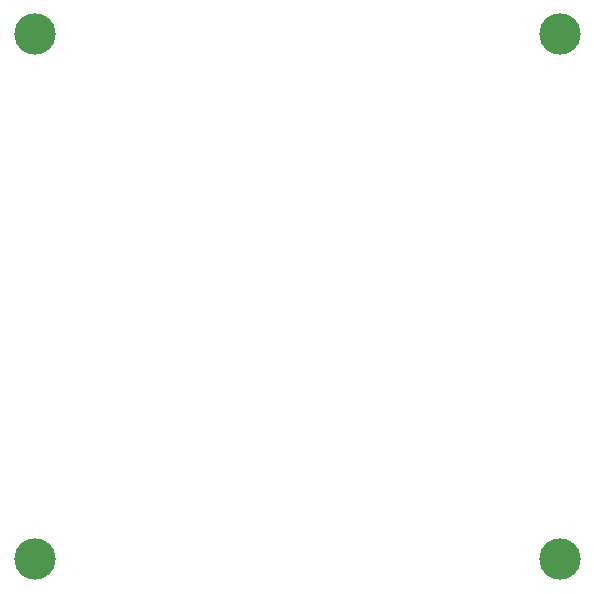
<source format=gbr>
G04 Layer_Color=0*
%FSLAX26Y26*%
%MOIN*%
%TF.FileFunction,NonPlated,1,2,NPTH,Drill*%
%TF.Part,Single*%
G01*
G75*
%TA.AperFunction,OtherDrill,Pad Free-0 (-875mil,875mil)*%
%ADD34C,0.137795*%
%TA.AperFunction,OtherDrill,Pad Free-0 (875mil,-875mil)*%
%ADD35C,0.137795*%
%TA.AperFunction,OtherDrill,Pad Free-0 (-875mil,-875mil)*%
%ADD36C,0.137795*%
%TA.AperFunction,OtherDrill,Pad Free-0 (875mil,875mil)*%
%ADD37C,0.137795*%
D34*
X-875000Y875000D02*
D03*
D35*
X875000Y-875000D02*
D03*
D36*
X-875000D02*
D03*
D37*
X875000Y875000D02*
D03*
%TF.MD5,93eff418b705053b556bf8ba95c9037f*%
M02*

</source>
